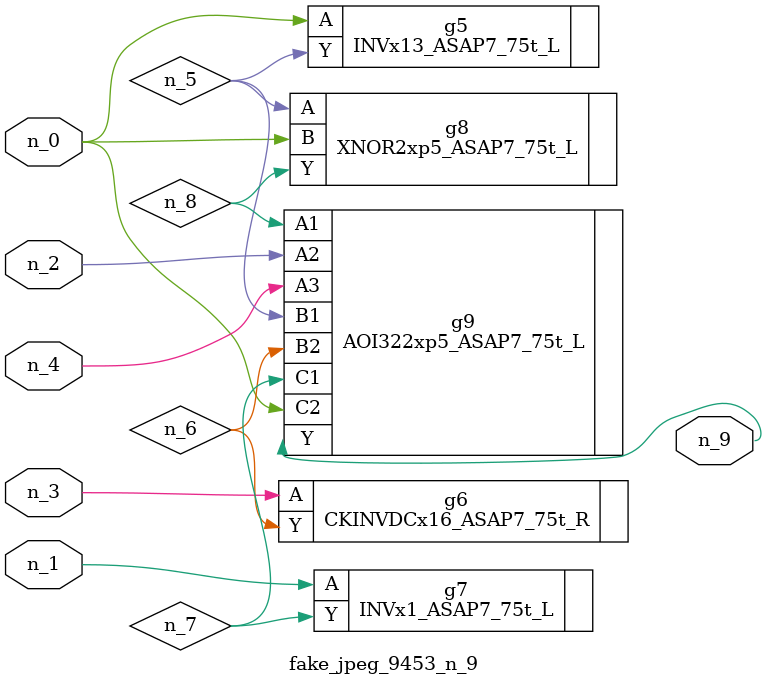
<source format=v>
module fake_jpeg_9453_n_9 (n_3, n_2, n_1, n_0, n_4, n_9);

input n_3;
input n_2;
input n_1;
input n_0;
input n_4;

output n_9;

wire n_8;
wire n_6;
wire n_5;
wire n_7;

INVx13_ASAP7_75t_L g5 ( 
.A(n_0),
.Y(n_5)
);

CKINVDCx16_ASAP7_75t_R g6 ( 
.A(n_3),
.Y(n_6)
);

INVx1_ASAP7_75t_L g7 ( 
.A(n_1),
.Y(n_7)
);

XNOR2xp5_ASAP7_75t_L g8 ( 
.A(n_5),
.B(n_0),
.Y(n_8)
);

AOI322xp5_ASAP7_75t_L g9 ( 
.A1(n_8),
.A2(n_2),
.A3(n_4),
.B1(n_5),
.B2(n_6),
.C1(n_7),
.C2(n_0),
.Y(n_9)
);


endmodule
</source>
